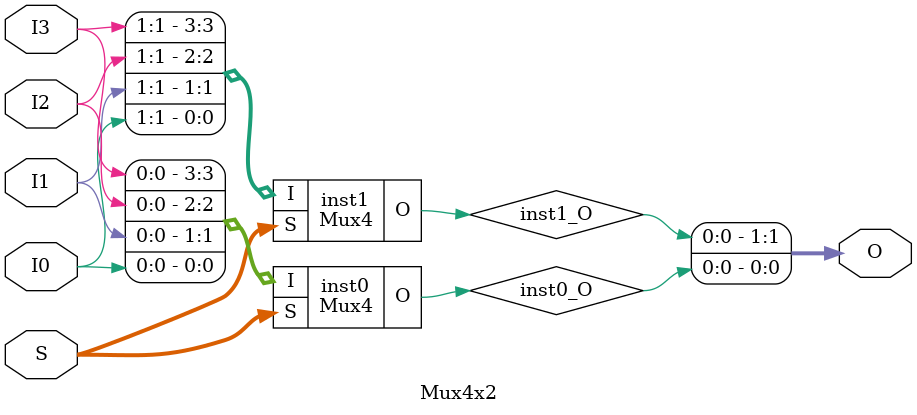
<source format=v>
module Mux2 (input [1:0] I, input  S, output  O);
wire  inst0_O;
SB_LUT4 #(.LUT_INIT(16'hCACA)) inst0 (.I0(I[0]), .I1(I[1]), .I2(S), .I3(1'b0), .O(inst0_O));
assign O = inst0_O;
endmodule

module Mux4 (input [3:0] I, input [1:0] S, output  O);
wire  inst0_O;
wire  inst1_O;
wire  inst2_O;
Mux2 inst0 (.I({I[1],I[0]}), .S(S[0]), .O(inst0_O));
Mux2 inst1 (.I({I[3],I[2]}), .S(S[0]), .O(inst1_O));
Mux2 inst2 (.I({inst1_O,inst0_O}), .S(S[1]), .O(inst2_O));
assign O = inst2_O;
endmodule

module Mux4x2 (input [1:0] I0, input [1:0] I1, input [1:0] I2, input [1:0] I3, input [1:0] S, output [1:0] O);
wire  inst0_O;
wire  inst1_O;
Mux4 inst0 (.I({I3[0],I2[0],I1[0],I0[0]}), .S(S), .O(inst0_O));
Mux4 inst1 (.I({I3[1],I2[1],I1[1],I0[1]}), .S(S), .O(inst1_O));
assign O = {inst1_O,inst0_O};
endmodule


</source>
